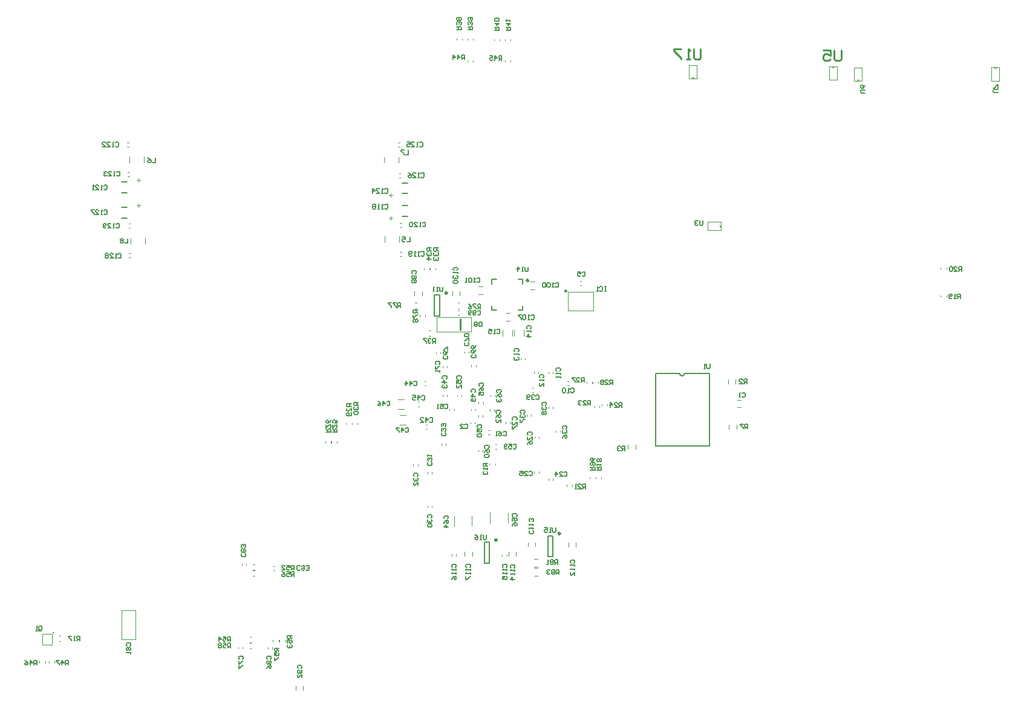
<source format=gbr>
%FSTAX23Y23*%
%MOIN*%
%SFA1B1*%

%IPPOS*%
%ADD57C,0.010000*%
%ADD92C,0.002000*%
%ADD211C,0.003937*%
%ADD212C,0.007874*%
%ADD213C,0.009843*%
%ADD214C,0.004000*%
%ADD215C,0.005000*%
%LNatfc_legend_bot-1*%
%LPD*%
G54D57*
X04352Y03937D02*
D01*
X04352Y03937*
X04352Y03937*
X04352Y03937*
X04352Y03938*
X04352Y03938*
X04352Y03938*
X04352Y03938*
X04352Y03939*
X04352Y03939*
X04352Y03939*
X04351Y03939*
X04351Y03939*
X04351Y0394*
X04351Y0394*
X0435Y0394*
X0435Y0394*
X0435Y0394*
X0435Y0394*
X04349Y0394*
X04349Y0394*
X04349Y0394*
X04349Y0394*
X04348*
X04348Y0394*
X04348Y0394*
X04348Y0394*
X04347Y0394*
X04347Y0394*
X04347Y0394*
X04347Y0394*
X04346Y0394*
X04346Y0394*
X04346Y03939*
X04346Y03939*
X04345Y03939*
X04345Y03939*
X04345Y03939*
X04345Y03938*
X04345Y03938*
X04345Y03938*
X04345Y03938*
X04345Y03937*
X04345Y03937*
X04345Y03937*
X04345Y03937*
X04345Y03936*
X04345Y03936*
X04345Y03936*
X04345Y03935*
X04345Y03935*
X04345Y03935*
X04345Y03935*
X04345Y03934*
X04345Y03934*
X04345Y03934*
X04346Y03934*
X04346Y03934*
X04346Y03933*
X04346Y03933*
X04347Y03933*
X04347Y03933*
X04347Y03933*
X04347Y03933*
X04348Y03933*
X04348Y03933*
X04348Y03933*
X04348Y03933*
X04349*
X04349Y03933*
X04349Y03933*
X04349Y03933*
X0435Y03933*
X0435Y03933*
X0435Y03933*
X0435Y03933*
X04351Y03933*
X04351Y03933*
X04351Y03934*
X04351Y03934*
X04352Y03934*
X04352Y03934*
X04352Y03934*
X04352Y03935*
X04352Y03935*
X04352Y03935*
X04352Y03935*
X04352Y03936*
X04352Y03936*
X04352Y03936*
X04352Y03937*
X03771Y03721D02*
Y03781D01*
X05094Y05272D02*
Y05222D01*
X05085Y05213*
X05065*
X05055Y05222*
Y05272*
X05035Y05213D02*
X05015D01*
X05025*
Y05272*
X05035Y05262*
X04985Y05272D02*
X04945D01*
Y05262*
X04985Y05222*
Y05213*
X05869Y05266D02*
Y05216D01*
X05859Y05207*
X05839*
X05829Y05216*
Y05266*
X05769D02*
X05809D01*
Y05236*
X05789Y05246*
X05779*
X05769Y05236*
Y05216*
X05779Y05207*
X05799*
X05809Y05216*
G54D92*
X04484Y02901D02*
Y02909D01*
X04515Y02901D02*
Y02909D01*
X03931Y02977D02*
Y02985D01*
X03962Y02977D02*
Y02985D01*
X01559Y02004D02*
X01567D01*
X01559Y02035D02*
X01567D01*
X04546Y02901D02*
Y02909D01*
X04515Y02901D02*
Y02909D01*
X06449Y03904D02*
Y03912D01*
X06418Y03904D02*
Y03912D01*
Y04058D02*
Y04066D01*
X06449Y04058D02*
Y04066D01*
X04357Y02859D02*
Y02867D01*
X04388Y02859D02*
Y02867D01*
X04536Y03293D02*
Y03301D01*
X04505Y03293D02*
Y03301D01*
X04581Y03303D02*
Y03311D01*
X0455Y03303D02*
Y03311D01*
X03091Y03099D02*
Y03107D01*
X0306Y03099D02*
Y03107D01*
X03057Y03099D02*
Y03107D01*
X03026Y03099D02*
Y03107D01*
X04498Y03427D02*
Y03435D01*
X04467Y03427D02*
Y03435D01*
X04531Y03427D02*
Y03435D01*
X045Y03427D02*
Y03435D01*
X03172Y032D02*
Y03208D01*
X03141Y032D02*
Y03208D01*
X03203Y032D02*
Y03208D01*
X03172Y032D02*
Y03208D01*
X03633Y04054D02*
Y04062D01*
X03602Y04054D02*
Y04062D01*
X036Y04054D02*
Y04062D01*
X03569Y04054D02*
Y04062D01*
X03597Y03687D02*
X03605D01*
X03597Y03718D02*
X03605D01*
X03781Y05321D02*
Y05329D01*
X0375Y05321D02*
Y05329D01*
X03841Y05321D02*
Y05329D01*
X0381Y05321D02*
Y05329D01*
X03988Y05317D02*
Y05325D01*
X03957Y05317D02*
Y05325D01*
X04047Y05317D02*
Y05326D01*
X04016Y05317D02*
Y05326D01*
X03809Y052D02*
Y05208D01*
X0384Y052D02*
Y05208D01*
X04015Y052D02*
Y05208D01*
X04046Y052D02*
Y05208D01*
X01451Y01885D02*
Y01893D01*
X01482Y01885D02*
Y01893D01*
X01503Y01885D02*
Y01893D01*
X01534Y01885D02*
Y01893D01*
X02628Y02398D02*
X02636D01*
X02628Y02429D02*
X02636D01*
X02774Y02002D02*
Y0201D01*
X02805Y02002D02*
Y0201D01*
X0261Y01998D02*
X02618D01*
X0261Y02029D02*
X02618D01*
X02628Y02395D02*
X02636D01*
X02628Y02364D02*
X02636D01*
X02769Y02002D02*
Y0201D01*
X02738Y02002D02*
Y0201D01*
X0261Y01995D02*
X02618D01*
X0261Y01964D02*
X02618D01*
X03756Y03839D02*
X03764D01*
X03756Y0387D02*
X03764D01*
X03521Y03872D02*
X03529D01*
X03521Y03841D02*
X03529D01*
X03577Y03795D02*
Y03803D01*
X03546Y03795D02*
Y03803D01*
G54D211*
X01525Y02054D02*
D01*
X01525Y02054*
X01525Y02054*
X01525Y02054*
X01525Y02055*
X01525Y02055*
X01525Y02055*
X01525Y02055*
X01525Y02055*
X01525Y02055*
X01525Y02055*
X01525Y02055*
X01525Y02055*
X01525Y02056*
X01525Y02056*
X01524Y02056*
X01524Y02056*
X01524Y02056*
X01524Y02056*
X01524Y02056*
X01524Y02056*
X01524Y02056*
X01524Y02056*
X01523*
X01523Y02056*
X01523Y02056*
X01523Y02056*
X01523Y02056*
X01523Y02056*
X01523Y02056*
X01523Y02056*
X01522Y02056*
X01522Y02056*
X01522Y02055*
X01522Y02055*
X01522Y02055*
X01522Y02055*
X01522Y02055*
X01522Y02055*
X01522Y02055*
X01522Y02055*
X01522Y02055*
X01522Y02054*
X01522Y02054*
X01522Y02054*
X01522Y02054*
X01522Y02054*
X01522Y02054*
X01522Y02054*
X01522Y02053*
X01522Y02053*
X01522Y02053*
X01522Y02053*
X01522Y02053*
X01522Y02053*
X01522Y02053*
X01522Y02053*
X01522Y02053*
X01522Y02052*
X01522Y02052*
X01523Y02052*
X01523Y02052*
X01523Y02052*
X01523Y02052*
X01523Y02052*
X01523Y02052*
X01523Y02052*
X01523Y02052*
X01524*
X01524Y02052*
X01524Y02052*
X01524Y02052*
X01524Y02052*
X01524Y02052*
X01524Y02052*
X01524Y02052*
X01525Y02052*
X01525Y02052*
X01525Y02053*
X01525Y02053*
X01525Y02053*
X01525Y02053*
X01525Y02053*
X01525Y02053*
X01525Y02053*
X01525Y02053*
X01525Y02053*
X01525Y02054*
X01525Y02054*
X01525Y02054*
X01525Y02054*
X05207Y043D02*
D01*
X05206Y043*
X05206Y043*
X05205Y043*
X05205Y043*
X05205Y043*
X05204Y04299*
X05204Y04299*
X05203Y04299*
X05203Y04299*
X05203Y04299*
X05202Y04298*
X05202Y04298*
X05202Y04298*
X05202Y04297*
X05201Y04297*
X05201Y04297*
X05201Y04296*
X05201Y04296*
X05201Y04295*
X05201Y04295*
X05201Y04295*
X05201Y04294*
Y04294*
X05201Y04293*
X05201Y04293*
X05201Y04292*
X05201Y04292*
X05201Y04292*
X05201Y04291*
X05201Y04291*
X05202Y0429*
X05202Y0429*
X05202Y0429*
X05202Y0429*
X05203Y04289*
X05203Y04289*
X05203Y04289*
X05204Y04289*
X05204Y04288*
X05205Y04288*
X05205Y04288*
X05205Y04288*
X05206Y04288*
X05206Y04288*
X05207Y04288*
X05819Y05175D02*
D01*
X05819Y05174*
X05819Y05174*
X05819Y05173*
X05819Y05173*
X05819Y05173*
X0582Y05172*
X0582Y05172*
X0582Y05171*
X0582Y05171*
X0582Y05171*
X05821Y0517*
X05821Y0517*
X05821Y0517*
X05822Y0517*
X05822Y05169*
X05822Y05169*
X05823Y05169*
X05823Y05169*
X05824Y05169*
X05824Y05169*
X05824Y05169*
X05825Y05169*
X05825*
X05826Y05169*
X05826Y05169*
X05827Y05169*
X05827Y05169*
X05827Y05169*
X05828Y05169*
X05828Y05169*
X05829Y0517*
X05829Y0517*
X05829Y0517*
X05829Y0517*
X0583Y05171*
X0583Y05171*
X0583Y05171*
X0583Y05172*
X05831Y05172*
X05831Y05173*
X05831Y05173*
X05831Y05173*
X05831Y05174*
X05831Y05174*
X05831Y05175*
X05057Y05107D02*
D01*
X05057Y05108*
X05057Y05108*
X05057Y05109*
X05057Y05109*
X05057Y05109*
X05056Y0511*
X05056Y0511*
X05056Y05111*
X05056Y05111*
X05056Y05111*
X05055Y05112*
X05055Y05112*
X05055Y05112*
X05054Y05112*
X05054Y05113*
X05054Y05113*
X05053Y05113*
X05053Y05113*
X05052Y05113*
X05052Y05113*
X05052Y05113*
X05051Y05113*
X05051*
X0505Y05113*
X0505Y05113*
X05049Y05113*
X05049Y05113*
X05049Y05113*
X05048Y05113*
X05048Y05113*
X05047Y05112*
X05047Y05112*
X05047Y05112*
X05047Y05112*
X05046Y05111*
X05046Y05111*
X05046Y05111*
X05046Y0511*
X05045Y0511*
X05045Y05109*
X05045Y05109*
X05045Y05109*
X05045Y05108*
X05045Y05108*
X05045Y05107*
X05967Y05095D02*
D01*
X05967Y05096*
X05967Y05096*
X05967Y05097*
X05967Y05097*
X05967Y05097*
X05966Y05098*
X05966Y05098*
X05966Y05099*
X05966Y05099*
X05966Y05099*
X05965Y051*
X05965Y051*
X05965Y051*
X05964Y051*
X05964Y05101*
X05964Y05101*
X05963Y05101*
X05963Y05101*
X05962Y05101*
X05962Y05101*
X05962Y05101*
X05961Y05101*
X05961*
X0596Y05101*
X0596Y05101*
X05959Y05101*
X05959Y05101*
X05959Y05101*
X05958Y05101*
X05958Y05101*
X05957Y051*
X05957Y051*
X05957Y051*
X05957Y051*
X05956Y05099*
X05956Y05099*
X05956Y05099*
X05956Y05098*
X05955Y05098*
X05955Y05097*
X05955Y05097*
X05955Y05097*
X05955Y05096*
X05955Y05096*
X05955Y05095*
X06712Y0517D02*
D01*
X06712Y05169*
X06712Y05169*
X06712Y05168*
X06712Y05168*
X06712Y05168*
X06713Y05167*
X06713Y05167*
X06713Y05166*
X06713Y05166*
X06713Y05166*
X06714Y05165*
X06714Y05165*
X06714Y05165*
X06715Y05165*
X06715Y05164*
X06715Y05164*
X06716Y05164*
X06716Y05164*
X06717Y05164*
X06717Y05164*
X06717Y05164*
X06718Y05164*
X06718*
X06719Y05164*
X06719Y05164*
X0672Y05164*
X0672Y05164*
X0672Y05164*
X06721Y05164*
X06721Y05164*
X06722Y05165*
X06722Y05165*
X06722Y05165*
X06722Y05165*
X06723Y05166*
X06723Y05166*
X06723Y05166*
X06723Y05167*
X06724Y05167*
X06724Y05168*
X06724Y05168*
X06724Y05168*
X06724Y05169*
X06724Y05169*
X06724Y0517*
X05296Y03293D02*
X05318D01*
X05296Y03335D02*
X05318D01*
X04121Y03687D02*
Y03721D01*
X04067Y03687D02*
Y03721D01*
X04004Y03687D02*
Y03721D01*
X04058Y03687D02*
Y03721D01*
X03427Y03338D02*
X03461D01*
X03427Y03284D02*
X03461D01*
X03435Y03197D02*
X03469D01*
X03435Y03251D02*
X03469D01*
X03934Y02656D02*
Y02713D01*
X04033Y02659D02*
Y02712D01*
X03735Y02639D02*
Y02696D01*
X03834Y02642D02*
Y02695D01*
X03518Y03912D02*
Y03934D01*
X0356Y03912D02*
Y03934D01*
X04157Y03987D02*
X04179D01*
X04157Y03945D02*
X04179D01*
X0387Y03918D02*
X03892D01*
X0387Y0396D02*
X03892D01*
X04022Y03813D02*
X04044D01*
X04022Y03771D02*
X04044D01*
X04407Y02526D02*
Y02548D01*
X04365Y02526D02*
Y02548D01*
X04184Y02527D02*
Y02549D01*
X04142Y02527D02*
Y02549D01*
X04036Y02476D02*
Y02498D01*
X04078Y02476D02*
Y02498D01*
X03794Y02476D02*
Y02498D01*
X03836Y02476D02*
Y02498D01*
X03375Y04338D02*
X03395D01*
X03385Y04328D02*
Y04348D01*
X01987Y04548D02*
X02007D01*
X01997Y04538D02*
Y04558D01*
X03375Y04463D02*
X03395D01*
X03385Y04453D02*
Y04473D01*
X01987Y04408D02*
X02007D01*
X01997Y04398D02*
Y04418D01*
X03641Y03711D02*
X03771D01*
X03831*
X03641D02*
Y03791D01*
X03771*
X03831Y03711D02*
Y03791D01*
X03771D02*
X03831D01*
X04363Y03932D02*
X04503D01*
X04363Y03827D02*
Y03932D01*
Y03827D02*
X04503D01*
Y03932*
X03434Y04204D02*
Y04237D01*
X03354Y04204D02*
Y04237D01*
X01946Y04644D02*
Y04677D01*
X02026Y04644D02*
Y04677D01*
X03349Y04643D02*
Y04676D01*
X03429Y04643D02*
Y04676D01*
X02034Y04196D02*
Y04229D01*
X01954Y04196D02*
Y04229D01*
X01468Y02044D02*
X01519D01*
X01468Y01984D02*
X01519D01*
Y02044*
X01468Y01984D02*
Y02044D01*
X05288Y03426D02*
Y03448D01*
X05246Y03426D02*
Y03448D01*
X04735Y03065D02*
Y03087D01*
X04693Y03065D02*
Y03087D01*
X05251Y03176D02*
Y03198D01*
X05293Y03176D02*
Y03198D01*
X04176Y02416D02*
X04198D01*
X04176Y02458D02*
X04198D01*
X04176Y02408D02*
X04198D01*
X04176Y02366D02*
X04198D01*
X05133Y04272D02*
Y04317D01*
Y04272D02*
X05151D01*
X05169*
X05207*
X05133Y04317D02*
X05207D01*
Y04272D02*
Y043D01*
Y04288D02*
Y04317D01*
X0194Y02176D02*
X01981D01*
Y02015D02*
Y02176D01*
X01902Y02015D02*
X01981D01*
X01902D02*
Y02176D01*
X0194*
X02862Y01736D02*
Y01758D01*
X02904Y01736D02*
Y01758D01*
X03767Y03912D02*
Y03934D01*
X03725Y03912D02*
Y03934D01*
X05848Y05137D02*
Y05175D01*
Y05101D02*
Y05119D01*
X05802Y05101D02*
Y05175D01*
Y05101D02*
X05848D01*
Y05119D02*
Y05137D01*
X05819Y05175D02*
X05848D01*
X05802D02*
X05831D01*
X05029Y05107D02*
Y05145D01*
Y05163D02*
Y05181D01*
X05073Y05107D02*
Y05181D01*
X05029D02*
X05073D01*
X05029Y05145D02*
Y05163D01*
Y05107D02*
X05057D01*
X05045D02*
X05073D01*
X05939Y05151D02*
Y05169D01*
Y05133D02*
Y05151D01*
Y05095D02*
X05967D01*
X05939D02*
Y05133D01*
X05984Y05095D02*
Y05169D01*
X05939D02*
X05984D01*
X05955Y05095D02*
X05984D01*
X06741Y05096D02*
Y05114D01*
Y05132*
X06712Y0517D02*
X06741D01*
Y05132D02*
Y0517D01*
X06696Y05096D02*
Y0517D01*
Y05096D02*
X06741D01*
X06696Y0517D02*
X06724D01*
G54D212*
X0498Y03482D02*
D01*
X0498Y03481*
X0498Y0348*
X0498Y03479*
X0498Y03478*
X04981Y03477*
X04981Y03476*
X04981Y03476*
X04982Y03475*
X04982Y03474*
X04983Y03473*
X04983Y03473*
X04984Y03472*
X04985Y03472*
X04985Y03471*
X04986Y03471*
X04987Y0347*
X04988Y0347*
X04988Y0347*
X04989Y03469*
X0499Y03469*
X04991Y03469*
X04992Y03469*
X04993*
X04994Y03469*
X04994Y03469*
X04995Y03469*
X04996Y0347*
X04997Y0347*
X04998Y0347*
X04999Y03471*
X04999Y03471*
X05Y03472*
X05001Y03472*
X05001Y03473*
X05002Y03473*
X05002Y03474*
X05003Y03475*
X05003Y03476*
X05004Y03476*
X05004Y03477*
X05004Y03478*
X05004Y03479*
X05005Y0348*
X05005Y03481*
X05005Y03482*
X0345Y04408D02*
X03481D01*
X0345Y04349D02*
X03481D01*
X01902Y04478D02*
X01933D01*
X01902Y04537D02*
X01933D01*
X0345Y04473D02*
X03481D01*
X0345Y04532D02*
X03481D01*
X01902Y04397D02*
X01933D01*
X01902Y04338D02*
X01933D01*
X05142Y03082D02*
Y03482D01*
X04845Y03082D02*
X05142D01*
X04845D02*
Y03482D01*
X0498*
X05005D02*
X05142D01*
X03628Y03913D02*
X03655D01*
X03628Y03798D02*
X03655D01*
Y03913*
X03628Y03798D02*
Y03913D01*
X03944Y04001D02*
X03969D01*
X03944Y03976D02*
Y04001D01*
Y03832D02*
Y03856D01*
Y03832D02*
X03969D01*
X04089Y04001D02*
X04113D01*
Y03976D02*
Y04001D01*
X04089Y03832D02*
X04113D01*
Y03856*
X04252Y02586D02*
X04279D01*
X04252Y02471D02*
X04279D01*
Y02586*
X04252Y02471D02*
Y02586D01*
X03903Y02551D02*
X0393D01*
X03903Y02436D02*
X0393D01*
Y02551*
X03903Y02436D02*
Y02551D01*
G54D213*
X03695Y03926D02*
D01*
X03695Y03927*
X03695Y03927*
X03695Y03927*
X03694Y03928*
X03694Y03928*
X03694Y03928*
X03694Y03929*
X03694Y03929*
X03694Y03929*
X03693Y0393*
X03693Y0393*
X03693Y0393*
X03693Y0393*
X03692Y0393*
X03692Y03931*
X03692Y03931*
X03692Y03931*
X03691Y03931*
X03691Y03931*
X03691Y03931*
X0369Y03931*
X0369Y03931*
X0369*
X03689Y03931*
X03689Y03931*
X03689Y03931*
X03688Y03931*
X03688Y03931*
X03688Y03931*
X03687Y03931*
X03687Y0393*
X03687Y0393*
X03686Y0393*
X03686Y0393*
X03686Y0393*
X03686Y03929*
X03686Y03929*
X03685Y03929*
X03685Y03928*
X03685Y03928*
X03685Y03928*
X03685Y03927*
X03685Y03927*
X03685Y03927*
X03685Y03926*
X03685Y03926*
X03685Y03926*
X03685Y03925*
X03685Y03925*
X03685Y03925*
X03685Y03924*
X03685Y03924*
X03686Y03924*
X03686Y03923*
X03686Y03923*
X03686Y03923*
X03686Y03923*
X03687Y03922*
X03687Y03922*
X03687Y03922*
X03688Y03922*
X03688Y03922*
X03688Y03922*
X03689Y03922*
X03689Y03922*
X03689Y03921*
X0369Y03921*
X0369*
X0369Y03921*
X03691Y03922*
X03691Y03922*
X03691Y03922*
X03692Y03922*
X03692Y03922*
X03692Y03922*
X03692Y03922*
X03693Y03922*
X03693Y03923*
X03693Y03923*
X03693Y03923*
X03694Y03923*
X03694Y03924*
X03694Y03924*
X03694Y03924*
X03694Y03925*
X03694Y03925*
X03695Y03925*
X03695Y03926*
X03695Y03926*
X03695Y03926*
X04144Y03995D02*
D01*
X04144Y03995*
X04144Y03996*
X04144Y03996*
X04144Y03996*
X04144Y03997*
X04143Y03997*
X04143Y03997*
X04143Y03998*
X04143Y03998*
X04143Y03998*
X04142Y03998*
X04142Y03999*
X04142Y03999*
X04142Y03999*
X04141Y03999*
X04141Y03999*
X04141Y04*
X0414Y04*
X0414Y04*
X0414Y04*
X04139Y04*
X04139Y04*
X04139*
X04138Y04*
X04138Y04*
X04138Y04*
X04137Y04*
X04137Y04*
X04137Y03999*
X04136Y03999*
X04136Y03999*
X04136Y03999*
X04136Y03999*
X04135Y03998*
X04135Y03998*
X04135Y03998*
X04135Y03998*
X04135Y03997*
X04134Y03997*
X04134Y03997*
X04134Y03996*
X04134Y03996*
X04134Y03996*
X04134Y03995*
X04134Y03995*
X04134Y03995*
X04134Y03994*
X04134Y03994*
X04134Y03994*
X04134Y03993*
X04134Y03993*
X04135Y03993*
X04135Y03992*
X04135Y03992*
X04135Y03992*
X04135Y03992*
X04136Y03991*
X04136Y03991*
X04136Y03991*
X04136Y03991*
X04137Y03991*
X04137Y0399*
X04137Y0399*
X04138Y0399*
X04138Y0399*
X04138Y0399*
X04139Y0399*
X04139*
X04139Y0399*
X0414Y0399*
X0414Y0399*
X0414Y0399*
X04141Y0399*
X04141Y03991*
X04141Y03991*
X04142Y03991*
X04142Y03991*
X04142Y03991*
X04142Y03992*
X04143Y03992*
X04143Y03992*
X04143Y03992*
X04143Y03993*
X04143Y03993*
X04144Y03993*
X04144Y03994*
X04144Y03994*
X04144Y03994*
X04144Y03995*
X04144Y03995*
X04319Y02599D02*
D01*
X04319Y026*
X04319Y026*
X04319Y026*
X04318Y02601*
X04318Y02601*
X04318Y02601*
X04318Y02602*
X04318Y02602*
X04318Y02602*
X04317Y02603*
X04317Y02603*
X04317Y02603*
X04317Y02603*
X04316Y02603*
X04316Y02604*
X04316Y02604*
X04316Y02604*
X04315Y02604*
X04315Y02604*
X04315Y02604*
X04314Y02604*
X04314Y02604*
X04314*
X04313Y02604*
X04313Y02604*
X04313Y02604*
X04312Y02604*
X04312Y02604*
X04312Y02604*
X04311Y02604*
X04311Y02603*
X04311Y02603*
X0431Y02603*
X0431Y02603*
X0431Y02603*
X0431Y02602*
X0431Y02602*
X04309Y02602*
X04309Y02601*
X04309Y02601*
X04309Y02601*
X04309Y026*
X04309Y026*
X04309Y026*
X04309Y02599*
X04309Y02599*
X04309Y02599*
X04309Y02598*
X04309Y02598*
X04309Y02598*
X04309Y02597*
X04309Y02597*
X0431Y02597*
X0431Y02596*
X0431Y02596*
X0431Y02596*
X0431Y02596*
X04311Y02595*
X04311Y02595*
X04311Y02595*
X04312Y02595*
X04312Y02595*
X04312Y02595*
X04313Y02595*
X04313Y02595*
X04313Y02594*
X04314Y02594*
X04314*
X04314Y02594*
X04315Y02595*
X04315Y02595*
X04315Y02595*
X04316Y02595*
X04316Y02595*
X04316Y02595*
X04316Y02595*
X04317Y02595*
X04317Y02596*
X04317Y02596*
X04317Y02596*
X04318Y02596*
X04318Y02597*
X04318Y02597*
X04318Y02597*
X04318Y02598*
X04318Y02598*
X04319Y02598*
X04319Y02599*
X04319Y02599*
X04319Y02599*
X0397Y02564D02*
D01*
X0397Y02565*
X0397Y02565*
X0397Y02565*
X03969Y02566*
X03969Y02566*
X03969Y02566*
X03969Y02567*
X03969Y02567*
X03969Y02567*
X03968Y02568*
X03968Y02568*
X03968Y02568*
X03968Y02568*
X03967Y02568*
X03967Y02569*
X03967Y02569*
X03967Y02569*
X03966Y02569*
X03966Y02569*
X03966Y02569*
X03965Y02569*
X03965Y02569*
X03965*
X03964Y02569*
X03964Y02569*
X03964Y02569*
X03963Y02569*
X03963Y02569*
X03963Y02569*
X03962Y02569*
X03962Y02568*
X03962Y02568*
X03961Y02568*
X03961Y02568*
X03961Y02568*
X03961Y02567*
X03961Y02567*
X0396Y02567*
X0396Y02566*
X0396Y02566*
X0396Y02566*
X0396Y02565*
X0396Y02565*
X0396Y02565*
X0396Y02564*
X0396Y02564*
X0396Y02564*
X0396Y02563*
X0396Y02563*
X0396Y02563*
X0396Y02562*
X0396Y02562*
X03961Y02562*
X03961Y02561*
X03961Y02561*
X03961Y02561*
X03961Y02561*
X03962Y0256*
X03962Y0256*
X03962Y0256*
X03963Y0256*
X03963Y0256*
X03963Y0256*
X03964Y0256*
X03964Y0256*
X03964Y02559*
X03965Y02559*
X03965*
X03965Y02559*
X03966Y0256*
X03966Y0256*
X03966Y0256*
X03967Y0256*
X03967Y0256*
X03967Y0256*
X03967Y0256*
X03968Y0256*
X03968Y02561*
X03968Y02561*
X03968Y02561*
X03969Y02561*
X03969Y02562*
X03969Y02562*
X03969Y02562*
X03969Y02563*
X03969Y02563*
X0397Y02563*
X0397Y02564*
X0397Y02564*
X0397Y02564*
G54D214*
X03826Y03204D02*
Y03212D01*
X0385Y03204D02*
Y03212D01*
X0443Y03991D02*
X04438D01*
X0443Y03967D02*
X04438D01*
X04361Y03414D02*
X04369D01*
X04361Y03438D02*
X04369D01*
X04255Y0348D02*
Y03488D01*
X04279Y0348D02*
Y03488D01*
X04176Y03482D02*
Y0349D01*
X042Y03482D02*
Y0349D01*
X04102Y03558D02*
Y03566D01*
X04126Y03558D02*
Y03566D01*
X04281Y02892D02*
Y029D01*
X04257Y02892D02*
Y029D01*
X04178Y02932D02*
Y0294D01*
X04202Y02932D02*
Y0294D01*
X04203Y03124D02*
Y03132D01*
X04179Y03124D02*
Y03132D01*
X04045Y03206D02*
Y03214D01*
X04021Y03206D02*
Y03214D01*
X0359Y02744D02*
Y02752D01*
X03614Y02744D02*
Y02752D01*
Y02929D02*
Y02937D01*
X0359Y02929D02*
Y02937D01*
X03511Y02972D02*
Y0298D01*
X03535Y02972D02*
Y0298D01*
X03689Y03086D02*
Y03094D01*
X03665Y03086D02*
Y03094D01*
X04319Y03158D02*
Y03166D01*
X04295Y03158D02*
Y03166D01*
X0416Y03246D02*
Y03254D01*
X04136Y03246D02*
Y03254D01*
X0428Y03289D02*
Y03297D01*
X04256Y03289D02*
Y03297D01*
X04165Y03401D02*
X04173D01*
X04165Y03377D02*
X04173D01*
X03579Y03198D02*
X03587D01*
X03579Y03174D02*
X03587D01*
X03696Y03356D02*
Y03364D01*
X03672Y03356D02*
Y03364D01*
X03573Y03415D02*
X03581D01*
X03573Y03439D02*
X03581D01*
X03535Y03323D02*
X03543D01*
X03535Y03299D02*
X03543D01*
X0383Y03277D02*
Y03285D01*
X03854Y03277D02*
Y03285D01*
X03893Y03242D02*
Y0325D01*
X03869Y03242D02*
Y0325D01*
X03711Y03277D02*
Y03285D01*
X03735Y03277D02*
Y03285D01*
X03776Y03353D02*
Y03361D01*
X03752Y03353D02*
Y03361D01*
X03962Y03066D02*
X0397D01*
X03962Y0309D02*
X0397D01*
X03893Y03051D02*
Y03059D01*
X03869Y03051D02*
Y03059D01*
X03924Y03169D02*
X03932D01*
X03924Y03145D02*
X03932D01*
X03956Y03276D02*
Y03284D01*
X03932Y03276D02*
Y03284D01*
X03959Y03353D02*
Y03361D01*
X03935Y03353D02*
Y03361D01*
X03895Y03316D02*
Y03324D01*
X03871Y03316D02*
Y03324D01*
X03855Y03519D02*
Y03527D01*
X03831Y03519D02*
Y03527D01*
X03698Y03514D02*
Y03522D01*
X03674Y03514D02*
Y03522D01*
X03794Y03593D02*
Y03601D01*
X03818Y03593D02*
Y03601D01*
X03635Y0359D02*
Y03598D01*
X03659Y0359D02*
Y03598D01*
X03756Y03804D02*
X03764D01*
X03756Y03828D02*
X03764D01*
X04025Y02473D02*
Y02481D01*
X04001Y02473D02*
Y02481D01*
X03748Y02475D02*
Y02483D01*
X03724Y02475D02*
Y02483D01*
X03438Y04151D02*
X03446D01*
X03438Y04127D02*
X03446D01*
X03438Y04312D02*
X03446D01*
X03438Y04288D02*
X03446D01*
X01934Y0473D02*
X01942D01*
X01934Y04754D02*
X01942D01*
X01938Y04568D02*
X01946D01*
X01938Y04592D02*
X01946D01*
X03427Y04756D02*
X03435D01*
X03427Y04732D02*
X03435D01*
X03433Y04586D02*
X03441D01*
X03433Y04562D02*
X03441D01*
X01944Y0412D02*
X01952D01*
X01944Y04144D02*
X01952D01*
X01942Y04283D02*
X0195D01*
X01942Y04307D02*
X0195D01*
X02571Y01963D02*
Y01971D01*
X02547Y01963D02*
Y01971D01*
X02565Y02423D02*
Y02431D01*
X02589Y02423D02*
Y02431D01*
X02734Y01962D02*
Y0197D01*
X0271Y01962D02*
Y0197D01*
X0274Y02417D02*
X02748D01*
X0274Y02393D02*
X02748D01*
G54D215*
X03735Y0405D02*
X0373Y04054D01*
Y04062*
X03735Y04066*
X03751*
X03755Y04062*
Y04054*
X03751Y0405*
X03755Y04041D02*
Y04033D01*
Y04037*
X0373*
X03735Y04041*
Y04021D02*
X0373Y04016D01*
Y04008*
X03735Y04004*
X03739*
X03743Y04008*
Y04012*
Y04008*
X03747Y04004*
X03751*
X03755Y04008*
Y04016*
X03751Y04021*
X03735Y03996D02*
X0373Y03991D01*
Y03983*
X03735Y03979*
X03751*
X03755Y03983*
Y03991*
X03751Y03996*
X03735*
X02886Y024D02*
X02882Y02396D01*
X02874*
X0287Y024*
Y02417*
X02874Y02421*
X02882*
X02886Y02417*
X02895D02*
X02899Y02421D01*
X02907*
X02911Y02417*
Y024*
X02907Y02396*
X02899*
X02895Y024*
Y02404*
X02899Y02408*
X02911*
X0292Y024D02*
X02924Y02396D01*
X02932*
X02936Y024*
Y02404*
X02932Y02408*
X02928*
X02932*
X02936Y02412*
Y02417*
X02932Y02421*
X02924*
X0292Y02417*
X02707Y01904D02*
X02703Y01908D01*
Y01917*
X02707Y01921*
X02724*
X02728Y01917*
Y01908*
X02724Y01904*
X02707Y01896D02*
X02703Y01892D01*
Y01883*
X02707Y01879*
X02711*
X02715Y01883*
X0272Y01879*
X02724*
X02728Y01883*
Y01892*
X02724Y01896*
X0272*
X02715Y01892*
X02711Y01896*
X02707*
X02715Y01892D02*
Y01883D01*
X02703Y01854D02*
X02707Y01862D01*
X02715Y01871*
X02724*
X02728Y01867*
Y01858*
X02724Y01854*
X0272*
X02715Y01858*
Y01871*
X02584Y02488D02*
X02588Y02484D01*
Y02476*
X02584Y02472*
X02567*
X02563Y02476*
Y02484*
X02567Y02488*
X02584Y02496D02*
X02588Y02501D01*
Y02509*
X02584Y02513*
X0258*
X02576Y02509*
X02572Y02513*
X02567*
X02563Y02509*
Y02501*
X02567Y02496*
X02572*
X02576Y02501*
X0258Y02496*
X02584*
X02576Y02501D02*
Y02509D01*
X02584Y02521D02*
X02588Y02526D01*
Y02534*
X02584Y02538*
X0258*
X02576Y02534*
Y0253*
Y02534*
X02572Y02538*
X02567*
X02563Y02534*
Y02526*
X02567Y02521*
X02553Y01904D02*
X02549Y01908D01*
Y01917*
X02553Y01921*
X0257*
X02574Y01917*
Y01908*
X0257Y01904*
X02549Y01896D02*
Y01879D01*
X02553*
X0257Y01896*
X02574*
X02549Y01871D02*
Y01854D01*
X02553*
X0257Y01871*
X02574*
X02876Y01853D02*
X02872Y01857D01*
Y01865*
X02876Y0187*
X02893*
X02897Y01865*
Y01857*
X02893Y01853*
Y01845D02*
X02897Y0184D01*
Y01832*
X02893Y01828*
X02876*
X02872Y01832*
Y0184*
X02876Y01845*
X0288*
X02885Y0184*
Y01828*
X02897Y01803D02*
Y0182D01*
X0288Y01803*
X02876*
X02872Y01807*
Y01815*
X02876Y0182*
X01933Y01978D02*
X01929Y01982D01*
Y01991*
X01933Y01995*
X0195*
X01954Y01991*
Y01982*
X0195Y01978*
X01933Y0197D02*
X01929Y01966D01*
Y01957*
X01933Y01953*
X01937*
X01941Y01957*
X01945Y01953*
X0195*
X01954Y01957*
Y01966*
X0195Y0197*
X01945*
X01941Y01966*
X01937Y0197*
X01933*
X01941Y01966D02*
Y01957D01*
X01954Y01945D02*
Y01936D01*
Y01941*
X01929*
X01933Y01945*
X03913Y02591D02*
Y02571D01*
X03909Y02566*
X039*
X03896Y02571*
Y02591*
X03888Y02566D02*
X0388D01*
X03884*
Y02591*
X03888Y02587*
X0385Y02591D02*
X03859Y02587D01*
X03867Y02579*
Y02571*
X03863Y02566*
X03855*
X0385Y02571*
Y02575*
X03855Y02579*
X03867*
X04295Y02631D02*
Y0261D01*
X04291Y02606*
X04282*
X04278Y0261*
Y02631*
X0427Y02606D02*
X04261D01*
X04266*
Y02631*
X0427Y02627*
X04232Y02631D02*
X04249D01*
Y02618*
X04241Y02622*
X04236*
X04232Y02618*
Y0261*
X04236Y02606*
X04245*
X04249Y0261*
X04143Y04069D02*
Y04048D01*
X04139Y04044*
X04131*
X04127Y04048*
Y04069*
X04118Y04044D02*
X0411D01*
X04114*
Y04069*
X04118Y04065*
X04085Y04044D02*
Y04069D01*
X04098Y04057*
X04081*
X03673Y03959D02*
Y03939D01*
X03669Y03935*
X03661*
X03657Y03939*
Y03959*
X03649Y03935D02*
X0364D01*
X03644*
Y03959*
X03649Y03955*
X03628Y03935D02*
X03619D01*
X03624*
Y03959*
X03628Y03955*
X06733Y05031D02*
X06712D01*
X06708Y05035*
Y05044*
X06712Y05048*
X06733*
Y05056D02*
Y05073D01*
X06729*
X06712Y05056*
X06708*
X06001Y05029D02*
X05981D01*
X05977Y05033*
Y05042*
X05981Y05046*
X06001*
Y05071D02*
X05997Y05063D01*
X05989Y05054*
X05981*
X05977Y05058*
Y05067*
X05981Y05071*
X05985*
X05989Y05067*
Y05054*
X05106Y04324D02*
Y04303D01*
X05102Y04299*
X05093*
X05089Y04303*
Y04324*
X05081Y0432D02*
X05077Y04324D01*
X05068*
X05064Y0432*
Y04315*
X05068Y04311*
X05072*
X05068*
X05064Y04307*
Y04303*
X05068Y04299*
X05077*
X05081Y04303*
X05145Y03533D02*
Y03513D01*
X05141Y03509*
X05133*
X05128Y03513*
Y03533*
X0512Y03509D02*
X05112D01*
X05116*
Y03533*
X0512Y03529*
X04314Y02374D02*
Y02399D01*
X04302*
X04298Y02394*
Y02386*
X04302Y02382*
X04314*
X04306D02*
X04298Y02374D01*
X04289Y02394D02*
X04285Y02399D01*
X04277*
X04273Y02394*
Y0239*
X04277Y02386*
X04273Y02382*
Y02378*
X04277Y02374*
X04285*
X04289Y02378*
Y02382*
X04285Y02386*
X04289Y0239*
Y02394*
X04285Y02386D02*
X04277D01*
X04264Y02394D02*
X0426Y02399D01*
X04252*
X04248Y02394*
Y0239*
X04252Y02386*
X04256*
X04252*
X04248Y02382*
Y02378*
X04252Y02374*
X0426*
X04264Y02378*
X04307Y02429D02*
Y02454D01*
X04294*
X0429Y02449*
Y02441*
X04294Y02437*
X04307*
X04298D02*
X0429Y02429D01*
X04282Y02449D02*
X04277Y02454D01*
X04269*
X04265Y02449*
Y02445*
X04269Y02441*
X04265Y02437*
Y02433*
X04269Y02429*
X04277*
X04282Y02433*
Y02437*
X04277Y02441*
X04282Y02445*
Y02449*
X04277Y02441D02*
X04269D01*
X04257Y02429D02*
X04248D01*
X04252*
Y02454*
X04257Y02449*
X03535Y0383D02*
X0351D01*
Y03817*
X03514Y03813*
X03523*
X03527Y03817*
Y0383*
Y03821D02*
X03535Y03813D01*
X0351Y03805D02*
Y03788D01*
X03514*
X03531Y03805*
X03535*
X03514Y0378D02*
X0351Y03775D01*
Y03767*
X03514Y03763*
X03518*
X03523Y03767*
X03527Y03763*
X03531*
X03535Y03767*
Y03775*
X03531Y0378*
X03527*
X03523Y03775*
X03518Y0378*
X03514*
X03523Y03775D02*
Y03767D01*
X0344Y03846D02*
Y03871D01*
X03428*
X03424Y03867*
Y03858*
X03428Y03854*
X0344*
X03432D02*
X03424Y03846D01*
X03415Y03871D02*
X03399D01*
Y03867*
X03415Y0385*
Y03846*
X0339Y03871D02*
X03374D01*
Y03867*
X0339Y0385*
Y03846*
X03881Y03838D02*
Y03863D01*
X03869*
X03865Y03859*
Y03851*
X03869Y03846*
X03881*
X03873D02*
X03865Y03838D01*
X03856Y03863D02*
X0384D01*
Y03859*
X03856Y03842*
Y03838*
X03815Y03863D02*
X03823Y03859D01*
X03831Y03851*
Y03842*
X03827Y03838*
X03819*
X03815Y03842*
Y03846*
X03819Y03851*
X03831*
X02503Y01968D02*
Y01993D01*
X02491*
X02487Y01989*
Y01981*
X02491Y01976*
X02503*
X02495D02*
X02487Y01968D01*
X02462Y01993D02*
X02478D01*
Y01981*
X0247Y01985*
X02466*
X02462Y01981*
Y01972*
X02466Y01968*
X02474*
X02478Y01972*
X02453Y01989D02*
X02449Y01993D01*
X02441*
X02437Y01989*
Y01985*
X02441Y01981*
X02437Y01976*
Y01972*
X02441Y01968*
X02449*
X02453Y01972*
Y01976*
X02449Y01981*
X02453Y01985*
Y01989*
X02449Y01981D02*
X02441D01*
X0277Y01966D02*
X02745D01*
Y01953*
X02749Y01949*
X02757*
X02761Y01953*
Y01966*
Y01957D02*
X0277Y01949D01*
X02745Y01924D02*
Y01941D01*
X02757*
X02753Y01932*
Y01928*
X02757Y01924*
X02765*
X0277Y01928*
Y01936*
X02765Y01941*
X02745Y01916D02*
Y01899D01*
X02749*
X02765Y01916*
X0277*
X02854Y02362D02*
Y02387D01*
X02841*
X02837Y02383*
Y02374*
X02841Y0237*
X02854*
X02845D02*
X02837Y02362D01*
X02812Y02387D02*
X02829D01*
Y02374*
X02821Y02378*
X02816*
X02812Y02374*
Y02366*
X02816Y02362*
X02825*
X02829Y02366*
X02787Y02387D02*
X02796Y02383D01*
X02804Y02374*
Y02366*
X028Y02362*
X02791*
X02787Y02366*
Y0237*
X02791Y02374*
X02804*
X02503Y02003D02*
Y02028D01*
X02491*
X02487Y02024*
Y02016*
X02491Y02012*
X02503*
X02495D02*
X02487Y02003D01*
X02462Y02028D02*
X02478D01*
Y02016*
X0247Y0202*
X02466*
X02462Y02016*
Y02008*
X02466Y02003*
X02474*
X02478Y02008*
X02441Y02003D02*
Y02028D01*
X02453Y02016*
X02437*
X02842Y02036D02*
X02817D01*
Y02023*
X02821Y02019*
X02829*
X02833Y02023*
Y02036*
Y02027D02*
X02842Y02019D01*
X02817Y01994D02*
Y02011D01*
X02829*
X02825Y02002*
Y01998*
X02829Y01994*
X02837*
X02842Y01998*
Y02006*
X02837Y02011*
X02821Y01986D02*
X02817Y01981D01*
Y01973*
X02821Y01969*
X02825*
X02829Y01973*
Y01977*
Y01973*
X02833Y01969*
X02837*
X02842Y01973*
Y01981*
X02837Y01986*
X02854Y02397D02*
Y02422D01*
X02841*
X02837Y02418*
Y0241*
X02841Y02405*
X02854*
X02845D02*
X02837Y02397D01*
X02812Y02422D02*
X02829D01*
Y0241*
X02821Y02414*
X02816*
X02812Y0241*
Y02401*
X02816Y02397*
X02825*
X02829Y02401*
X02787Y02397D02*
X02804D01*
X02787Y02414*
Y02418*
X02791Y02422*
X028*
X02804Y02418*
X0161Y01874D02*
Y01899D01*
X01597*
X01593Y01894*
Y01886*
X01597Y01882*
X0161*
X01601D02*
X01593Y01874D01*
X01572D02*
Y01899D01*
X01585Y01886*
X01568*
X0156Y01899D02*
X01543D01*
Y01894*
X0156Y01878*
Y01874*
X01437D02*
Y01899D01*
X01424*
X0142Y01894*
Y01886*
X01424Y01882*
X01437*
X01428D02*
X0142Y01874D01*
X01399D02*
Y01899D01*
X01412Y01886*
X01395*
X0137Y01899D02*
X01378Y01894D01*
X01387Y01886*
Y01878*
X01382Y01874*
X01374*
X0137Y01878*
Y01882*
X01374Y01886*
X01387*
X03998Y05209D02*
Y05234D01*
X03986*
X03982Y0523*
Y05222*
X03986Y05218*
X03998*
X0399D02*
X03982Y05209D01*
X03961D02*
Y05234D01*
X03973Y05222*
X03957*
X03932Y05234D02*
X03948D01*
Y05222*
X0394Y05226*
X03936*
X03932Y05222*
Y05213*
X03936Y05209*
X03944*
X03948Y05213*
X03793Y05213D02*
Y05238D01*
X03781*
X03777Y05234*
Y05226*
X03781Y05222*
X03793*
X03785D02*
X03777Y05213D01*
X03756D02*
Y05238D01*
X03768Y05226*
X03752*
X03731Y05213D02*
Y05238D01*
X03744Y05226*
X03727*
X04022Y05375D02*
X04047D01*
Y05387*
X04043Y05391*
X04034*
X0403Y05387*
Y05375*
Y05383D02*
X04022Y05391D01*
Y05412D02*
X04047D01*
X04034Y054*
Y05416*
X04022Y05425D02*
Y05433D01*
Y05429*
X04047*
X04043Y05425*
X03959Y05375D02*
X03984D01*
Y05387*
X0398Y05391*
X03971*
X03967Y05387*
Y05375*
Y05383D02*
X03959Y05391D01*
Y05412D02*
X03984D01*
X03971Y054*
Y05416*
X0398Y05425D02*
X03984Y05429D01*
Y05437*
X0398Y05441*
X03963*
X03959Y05437*
Y05429*
X03963Y05425*
X0398*
X03813Y05379D02*
X03838D01*
Y05391*
X03834Y05395*
X03826*
X03822Y05391*
Y05379*
Y05387D02*
X03813Y05395D01*
X03834Y05404D02*
X03838Y05408D01*
Y05416*
X03834Y0542*
X0383*
X03826Y05416*
Y05412*
Y05416*
X03822Y0542*
X03817*
X03813Y05416*
Y05408*
X03817Y05404*
Y05429D02*
X03813Y05433D01*
Y05441*
X03817Y05445*
X03834*
X03838Y05441*
Y05433*
X03834Y05429*
X0383*
X03826Y05433*
Y05445*
X0375Y05379D02*
X03775D01*
Y05391*
X03771Y05395*
X03763*
X03759Y05391*
Y05379*
Y05387D02*
X0375Y05395D01*
X03771Y05404D02*
X03775Y05408D01*
Y05416*
X03771Y0542*
X03767*
X03763Y05416*
Y05412*
Y05416*
X03759Y0542*
X03754*
X0375Y05416*
Y05408*
X03754Y05404*
X03771Y05429D02*
X03775Y05433D01*
Y05441*
X03771Y05445*
X03767*
X03763Y05441*
X03759Y05445*
X03754*
X0375Y05441*
Y05433*
X03754Y05429*
X03759*
X03763Y05433*
X03767Y05429*
X03771*
X03763Y05433D02*
Y05441D01*
X03633Y03649D02*
Y03674D01*
X03621*
X03617Y0367*
Y03662*
X03621Y03657*
X03633*
X03625D02*
X03617Y03649D01*
X03608Y0367D02*
X03604Y03674D01*
X03596*
X03592Y0367*
Y03666*
X03596Y03662*
X036*
X03596*
X03592Y03657*
Y03653*
X03596Y03649*
X03604*
X03608Y03653*
X03583Y03674D02*
X03567D01*
Y0367*
X03583Y03653*
Y03649*
X0361Y04173D02*
X03585D01*
Y0416*
X03589Y04156*
X03597*
X03601Y0416*
Y04173*
Y04164D02*
X0361Y04156D01*
X03589Y04148D02*
X03585Y04144D01*
Y04135*
X03589Y04131*
X03593*
X03597Y04135*
Y04139*
Y04135*
X03601Y04131*
X03606*
X0361Y04135*
Y04144*
X03606Y04148*
X0361Y0411D02*
X03585D01*
X03597Y04123*
Y04106*
X03649Y04173D02*
X03624D01*
Y0416*
X03628Y04156*
X03637*
X03641Y0416*
Y04173*
Y04164D02*
X03649Y04156D01*
X03628Y04148D02*
X03624Y04144D01*
Y04135*
X03628Y04131*
X03632*
X03637Y04135*
Y04139*
Y04135*
X03641Y04131*
X03645*
X03649Y04135*
Y04144*
X03645Y04148*
X03628Y04123D02*
X03624Y04119D01*
Y0411*
X03628Y04106*
X03632*
X03637Y0411*
Y04114*
Y0411*
X03641Y04106*
X03645*
X03649Y0411*
Y04119*
X03645Y04123*
X03208Y03322D02*
X03183D01*
Y0331*
X03187Y03306*
X03196*
X032Y0331*
Y03322*
Y03314D02*
X03208Y03306D01*
X03187Y03297D02*
X03183Y03293D01*
Y03285*
X03187Y03281*
X03192*
X03196Y03285*
Y03289*
Y03285*
X032Y03281*
X03204*
X03208Y03285*
Y03293*
X03204Y03297*
X03187Y03272D02*
X03183Y03268D01*
Y0326*
X03187Y03256*
X03204*
X03208Y0326*
Y03268*
X03204Y03272*
X03187*
X03169Y03314D02*
X03144D01*
Y03302*
X03148Y03298*
X03156*
X0316Y03302*
Y03314*
Y03306D02*
X03169Y03298D01*
Y03273D02*
Y03289D01*
X03152Y03273*
X03148*
X03144Y03277*
Y03285*
X03148Y03289*
X03165Y03264D02*
X03169Y0326D01*
Y03252*
X03165Y03248*
X03148*
X03144Y03252*
Y0326*
X03148Y03264*
X03152*
X03156Y0326*
Y03248*
X0461Y03421D02*
Y03446D01*
X04597*
X04593Y03442*
Y03433*
X04597Y03429*
X0461*
X04601D02*
X04593Y03421D01*
X04568D02*
X04585D01*
X04568Y03437*
Y03442*
X04572Y03446*
X04581*
X04585Y03442*
X0456D02*
X04556Y03446D01*
X04547*
X04543Y03442*
Y03437*
X04547Y03433*
X04543Y03429*
Y03425*
X04547Y03421*
X04556*
X0456Y03425*
Y03429*
X04556Y03433*
X0456Y03437*
Y03442*
X04556Y03433D02*
X04547D01*
X04452Y03433D02*
Y03458D01*
X0444*
X04436Y03453*
Y03445*
X0444Y03441*
X04452*
X04444D02*
X04436Y03433D01*
X04411D02*
X04427D01*
X04411Y03449*
Y03453*
X04415Y03458*
X04423*
X04427Y03453*
X04402Y03458D02*
X04386D01*
Y03453*
X04402Y03437*
Y03433*
X03031Y03157D02*
X03056D01*
Y03169*
X03052Y03174*
X03043*
X03039Y03169*
Y03157*
Y03165D02*
X03031Y03174D01*
Y03199D02*
Y03182D01*
X03048Y03199*
X03052*
X03056Y03194*
Y03186*
X03052Y03182*
X03056Y03224D02*
X03052Y03215D01*
X03043Y03207*
X03035*
X03031Y03211*
Y03219*
X03035Y03224*
X03039*
X03043Y03219*
Y03207*
X03066Y03157D02*
X03091D01*
Y03169*
X03087Y03174*
X03079*
X03075Y03169*
Y03157*
Y03165D02*
X03066Y03174D01*
Y03199D02*
Y03182D01*
X03083Y03199*
X03087*
X03091Y03194*
Y03186*
X03087Y03182*
X03091Y03224D02*
Y03207D01*
X03079*
X03083Y03215*
Y03219*
X03079Y03224*
X03071*
X03066Y03219*
Y03211*
X03071Y03207*
X04661Y03295D02*
Y0332D01*
X04648*
X04644Y03316*
Y03307*
X04648Y03303*
X04661*
X04653D02*
X04644Y03295D01*
X04619D02*
X04636D01*
X04619Y03311*
Y03316*
X04623Y0332*
X04632*
X04636Y03316*
X04598Y03295D02*
Y0332D01*
X04611Y03307*
X04594*
X04488Y03307D02*
Y03332D01*
X04475*
X04471Y03327*
Y03319*
X04475Y03315*
X04488*
X04479D02*
X04471Y03307D01*
X04446D02*
X04463D01*
X04446Y03323*
Y03327*
X0445Y03332*
X04459*
X04463Y03327*
X04438D02*
X04434Y03332D01*
X04425*
X04421Y03327*
Y03323*
X04425Y03319*
X04429*
X04425*
X04421Y03315*
Y03311*
X04425Y03307*
X04434*
X04438Y03311*
X0446Y02846D02*
Y02871D01*
X04448*
X04443Y02867*
Y02858*
X04448Y02854*
X0446*
X04452D02*
X04443Y02846D01*
X04418D02*
X04435D01*
X04418Y02863*
Y02867*
X04423Y02871*
X04431*
X04435Y02867*
X0441Y02846D02*
X04402D01*
X04406*
Y02871*
X0441Y02867*
X06533Y04046D02*
Y0407D01*
X0652*
X06516Y04066*
Y04058*
X0652Y04054*
X06533*
X06524D02*
X06516Y04046D01*
X06491D02*
X06508D01*
X06491Y04062*
Y04066*
X06495Y0407*
X06503*
X06508Y04066*
X06483D02*
X06478Y0407D01*
X0647*
X06466Y04066*
Y0405*
X0647Y04046*
X06478*
X06483Y0405*
Y04066*
X06525Y03895D02*
Y03919D01*
X06512*
X06508Y03915*
Y03907*
X06512Y03903*
X06525*
X06516D02*
X06508Y03895D01*
X065D02*
X06491D01*
X06495*
Y03919*
X065Y03915*
X06479Y03899D02*
X06475Y03895D01*
X06466*
X06462Y03899*
Y03915*
X06466Y03919*
X06475*
X06479Y03915*
Y03911*
X06475Y03907*
X06462*
X04523Y02948D02*
X04548D01*
Y02961*
X04544Y02965*
X04536*
X04531Y02961*
Y02948*
Y02957D02*
X04523Y02965D01*
Y02973D02*
Y02982D01*
Y02977*
X04548*
X04544Y02973*
Y02994D02*
X04548Y02998D01*
Y03007*
X04544Y03011*
X0454*
X04536Y03007*
X04531Y03011*
X04527*
X04523Y03007*
Y02998*
X04527Y02994*
X04531*
X04536Y02998*
X0454Y02994*
X04544*
X04536Y02998D02*
Y03007D01*
X01673Y02007D02*
Y02032D01*
X0166*
X01656Y02028*
Y0202*
X0166Y02016*
X01673*
X01664D02*
X01656Y02007D01*
X01648D02*
X01639D01*
X01644*
Y02032*
X01648Y02028*
X01627Y02032D02*
X0161D01*
Y02028*
X01627Y02012*
Y02007*
X0392Y02986D02*
X03895D01*
Y02973*
X03899Y02969*
X03907*
X03911Y02973*
Y02986*
Y02977D02*
X0392Y02969D01*
Y02961D02*
Y02952D01*
Y02956*
X03895*
X03899Y02961*
Y0294D02*
X03895Y02936D01*
Y02927*
X03899Y02923*
X03903*
X03907Y02927*
Y02931*
Y02927*
X03911Y02923*
X03915*
X0392Y02927*
Y02936*
X03915Y0294*
X05354Y03177D02*
Y03202D01*
X05341*
X05337Y03197*
Y03189*
X05341Y03185*
X05354*
X05346D02*
X05337Y03177D01*
X05329Y03202D02*
X05312D01*
Y03197*
X05329Y03181*
Y03177*
X04677Y03055D02*
Y0308D01*
X04664*
X0466Y03075*
Y03067*
X04664Y03063*
X04677*
X04668D02*
X0466Y03055D01*
X04652Y03075D02*
X04648Y0308D01*
X04639*
X04635Y03075*
Y03071*
X04639Y03067*
X04643*
X04639*
X04635Y03063*
Y03059*
X04639Y03055*
X04648*
X04652Y03059*
X0535Y03425D02*
Y0345D01*
X05337*
X05333Y03446*
Y03437*
X05337Y03433*
X0535*
X05342D02*
X05333Y03425D01*
X05308D02*
X05325D01*
X05308Y03441*
Y03446*
X05312Y0345*
X05321*
X05325Y03446*
X01447Y02067D02*
Y02083D01*
X01452Y02087*
X0146*
X01464Y02083*
Y02067*
X0146Y02062*
X01452*
X01456Y02071D02*
X01447Y02062D01*
X01452D02*
X01447Y02067D01*
X01439Y02062D02*
X01431D01*
X01435*
Y02087*
X01439Y02083*
X01937Y04225D02*
Y042D01*
X0192*
X01912Y04221D02*
X01907Y04225D01*
X01899*
X01895Y04221*
Y04217*
X01899Y04213*
X01895Y04209*
Y04204*
X01899Y042*
X01907*
X01912Y04204*
Y04209*
X01907Y04213*
X01912Y04217*
Y04221*
X01907Y04213D02*
X01899D01*
X03484Y04713D02*
Y04688D01*
X03467*
X03459Y04713D02*
X03442D01*
Y04709*
X03459Y04693*
Y04688*
X0209Y0467D02*
Y04645D01*
X02073*
X02048Y0467D02*
X02057Y04666D01*
X02065Y04658*
Y04649*
X02061Y04645*
X02053*
X02048Y04649*
Y04654*
X02053Y04658*
X02065*
X03492Y04233D02*
Y04208D01*
X03475*
X0345Y04233D02*
X03467D01*
Y04221*
X03458Y04225*
X03454*
X0345Y04221*
Y04212*
X03454Y04208*
X03462*
X03467Y04212*
X04574Y0396D02*
X04566D01*
X0457*
Y03936*
X04574*
X04566*
X04537Y03956D02*
X04541Y0396D01*
X0455*
X04554Y03956*
Y0394*
X0455Y03936*
X04541*
X04537Y0394*
X04529Y03936D02*
X0452D01*
X04525*
Y0396*
X04529Y03956*
X03889Y03765D02*
Y0374D01*
X03877*
X03873Y03744*
Y0376*
X03877Y03765*
X03889*
X03864Y0376D02*
X0386Y03765D01*
X03852*
X03848Y0376*
Y03756*
X03852Y03752*
X03848Y03748*
Y03744*
X03852Y0374*
X0386*
X03864Y03744*
Y03748*
X0386Y03752*
X03864Y03756*
Y0376*
X0386Y03752D02*
X03852D01*
X01873Y04304D02*
X01877Y04308D01*
X01885*
X01889Y04304*
Y04287*
X01885Y04283*
X01877*
X01873Y04287*
X01864Y04283D02*
X01856D01*
X0186*
Y04308*
X01864Y04304*
X01827Y04283D02*
X01843D01*
X01827Y043*
Y04304*
X01831Y04308*
X01839*
X01843Y04304*
X01818Y04287D02*
X01814Y04283D01*
X01806*
X01802Y04287*
Y04304*
X01806Y04308*
X01814*
X01818Y04304*
Y043*
X01814Y04295*
X01802*
X01884Y04138D02*
X01889Y04143D01*
X01897*
X01901Y04138*
Y04122*
X01897Y04118*
X01889*
X01884Y04122*
X01876Y04118D02*
X01868D01*
X01872*
Y04143*
X01876Y04138*
X01839Y04118D02*
X01855D01*
X01839Y04134*
Y04138*
X01843Y04143*
X01851*
X01855Y04138*
X0183D02*
X01826Y04143D01*
X01818*
X01814Y04138*
Y04134*
X01818Y0413*
X01814Y04126*
Y04122*
X01818Y04118*
X01826*
X0183Y04122*
Y04126*
X01826Y0413*
X0183Y04134*
Y04138*
X01826Y0413D02*
X01818D01*
X01806Y04379D02*
X0181Y04383D01*
X01818*
X01822Y04379*
Y04362*
X01818Y04358*
X0181*
X01806Y04362*
X01797Y04358D02*
X01789D01*
X01793*
Y04383*
X01797Y04379*
X0176Y04358D02*
X01777D01*
X0176Y04374*
Y04379*
X01764Y04383*
X01772*
X01777Y04379*
X01752Y04383D02*
X01735D01*
Y04379*
X01752Y04362*
Y04358*
X03554Y04583D02*
X03558Y04587D01*
X03566*
X0357Y04583*
Y04567*
X03566Y04562*
X03558*
X03554Y04567*
X03545Y04562D02*
X03537D01*
X03541*
Y04587*
X03545Y04583*
X03508Y04562D02*
X03525D01*
X03508Y04579*
Y04583*
X03512Y04587*
X0352*
X03525Y04583*
X03483Y04587D02*
X03491Y04583D01*
X035Y04575*
Y04567*
X03495Y04562*
X03487*
X03483Y04567*
Y04571*
X03487Y04575*
X035*
X03546Y04753D02*
X0355Y04757D01*
X03558*
X03562Y04753*
Y04736*
X03558Y04732*
X0355*
X03546Y04736*
X03537Y04732D02*
X03529D01*
X03533*
Y04757*
X03537Y04753*
X035Y04732D02*
X03517D01*
X035Y04748*
Y04753*
X03504Y04757*
X03513*
X03517Y04753*
X03475Y04757D02*
X03492D01*
Y04744*
X03483Y04748*
X03479*
X03475Y04744*
Y04736*
X03479Y04732*
X03488*
X03492Y04736*
X03353Y04497D02*
X03357Y04501D01*
X03365*
X0337Y04497*
Y0448*
X03365Y04476*
X03357*
X03353Y0448*
X03345Y04476D02*
X03336D01*
X0334*
Y04501*
X03345Y04497*
X03307Y04476D02*
X03324D01*
X03307Y04493*
Y04497*
X03311Y04501*
X0332*
X03324Y04497*
X03286Y04476D02*
Y04501D01*
X03299Y04488*
X03282*
X01877Y04591D02*
X01881Y04595D01*
X01889*
X01893Y04591*
Y04575*
X01889Y0457*
X01881*
X01877Y04575*
X01868Y0457D02*
X0186D01*
X01864*
Y04595*
X01868Y04591*
X01831Y0457D02*
X01847D01*
X01831Y04587*
Y04591*
X01835Y04595*
X01843*
X01847Y04591*
X01822D02*
X01818Y04595D01*
X0181*
X01806Y04591*
Y04587*
X0181Y04583*
X01814*
X0181*
X01806Y04579*
Y04575*
X0181Y0457*
X01818*
X01822Y04575*
X01869Y04753D02*
X01873Y04757D01*
X01881*
X01885Y04753*
Y04736*
X01881Y04732*
X01873*
X01869Y04736*
X0186Y04732D02*
X01852D01*
X01856*
Y04757*
X0186Y04753*
X01823Y04732D02*
X0184D01*
X01823Y04748*
Y04753*
X01827Y04757*
X01835*
X0184Y04753*
X01798Y04732D02*
X01815D01*
X01798Y04748*
Y04753*
X01802Y04757*
X0181*
X01815Y04753*
X01806Y04516D02*
X0181Y04521D01*
X01818*
X01822Y04516*
Y045*
X01818Y04496*
X0181*
X01806Y045*
X01797Y04496D02*
X01789D01*
X01793*
Y04521*
X01797Y04516*
X0176Y04496D02*
X01777D01*
X0176Y04512*
Y04516*
X01764Y04521*
X01772*
X01777Y04516*
X01752Y04496D02*
X01743D01*
X01747*
Y04521*
X01752Y04516*
X03562Y04312D02*
X03566Y04316D01*
X03574*
X03578Y04312*
Y04295*
X03574Y04291*
X03566*
X03562Y04295*
X03553Y04291D02*
X03545D01*
X03549*
Y04316*
X03553Y04312*
X03516Y04291D02*
X03532D01*
X03516Y04308*
Y04312*
X0352Y04316*
X03528*
X03532Y04312*
X03507D02*
X03503Y04316D01*
X03495*
X03491Y04312*
Y04295*
X03495Y04291*
X03503*
X03507Y04295*
Y04312*
X03554Y0415D02*
X03558Y04154D01*
X03566*
X0357Y0415*
Y04134*
X03566Y04129*
X03558*
X03554Y04134*
X03545Y04129D02*
X03537D01*
X03541*
Y04154*
X03545Y0415*
X03525Y04129D02*
X03516D01*
X0352*
Y04154*
X03525Y0415*
X03504Y04134D02*
X035Y04129D01*
X03491*
X03487Y04134*
Y0415*
X03491Y04154*
X035*
X03504Y0415*
Y04146*
X035Y04142*
X03487*
X03353Y0441D02*
X03357Y04414D01*
X03365*
X0337Y0441*
Y04393*
X03365Y04389*
X03357*
X03353Y04393*
X03345Y04389D02*
X03336D01*
X0334*
Y04414*
X03345Y0441*
X03324Y04389D02*
X03315D01*
X0332*
Y04414*
X03324Y0441*
X03303D02*
X03299Y04414D01*
X0329*
X03286Y0441*
Y04406*
X0329Y04402*
X03286Y04398*
Y04393*
X0329Y04389*
X03299*
X03303Y04393*
Y04398*
X03299Y04402*
X03303Y04406*
Y0441*
X03299Y04402D02*
X0329D01*
X03805Y02412D02*
X03801Y02416D01*
Y02424*
X03805Y02429*
X03822*
X03826Y02424*
Y02416*
X03822Y02412*
X03826Y02404D02*
Y02395D01*
Y02399*
X03801*
X03805Y02404*
X03826Y02383D02*
Y02374D01*
Y02379*
X03801*
X03805Y02383*
X03801Y02362D02*
Y02345D01*
X03805*
X03822Y02362*
X03826*
X03727Y02412D02*
X03723Y02416D01*
Y02424*
X03727Y02429*
X03743*
X03748Y02424*
Y02416*
X03743Y02412*
X03748Y02404D02*
Y02395D01*
Y02399*
X03723*
X03727Y02404*
X03748Y02383D02*
Y02374D01*
Y02379*
X03723*
X03727Y02383*
X03723Y02345D02*
X03727Y02354D01*
X03735Y02362*
X03743*
X03748Y02358*
Y02349*
X03743Y02345*
X03739*
X03735Y02349*
Y02362*
X04006Y02412D02*
X04002Y02416D01*
Y02424*
X04006Y02429*
X04023*
X04027Y02424*
Y02416*
X04023Y02412*
X04027Y02404D02*
Y02395D01*
Y02399*
X04002*
X04006Y02404*
X04027Y02383D02*
Y02374D01*
Y02379*
X04002*
X04006Y02383*
X04002Y02345D02*
Y02362D01*
X04015*
X0401Y02354*
Y02349*
X04015Y02345*
X04023*
X04027Y02349*
Y02358*
X04023Y02362*
X0405Y02408D02*
X04045Y02412D01*
Y02421*
X0405Y02425*
X04066*
X0407Y02421*
Y02412*
X04066Y02408*
X0407Y024D02*
Y02391D01*
Y02396*
X04045*
X0405Y024*
X0407Y02379D02*
Y02371D01*
Y02375*
X04045*
X0405Y02379*
X0407Y02346D02*
X04045D01*
X04058Y02358*
Y02341*
X0417Y02615D02*
X04174Y0261D01*
Y02602*
X0417Y02598*
X04153*
X04149Y02602*
Y0261*
X04153Y02615*
X04149Y02623D02*
Y02631D01*
Y02627*
X04174*
X0417Y02623*
X04149Y02644D02*
Y02652D01*
Y02648*
X04174*
X0417Y02644*
Y02665D02*
X04174Y02669D01*
Y02677*
X0417Y02681*
X04166*
X04162Y02677*
Y02673*
Y02677*
X04157Y02681*
X04153*
X04149Y02677*
Y02669*
X04153Y02665*
X0438Y02436D02*
X04376Y0244D01*
Y02448*
X0438Y02452*
X04397*
X04401Y02448*
Y0244*
X04397Y02436*
X04401Y02427D02*
Y02419D01*
Y02423*
X04376*
X0438Y02427*
X04401Y02406D02*
Y02398D01*
Y02402*
X04376*
X0438Y02406*
X04401Y02369D02*
Y02386D01*
X04384Y02369*
X0438*
X04376Y02373*
Y02381*
X0438Y02386*
X0416Y038D02*
X04164Y03804D01*
X04172*
X04177Y038*
Y03783*
X04172Y03779*
X04164*
X0416Y03783*
X04152Y03779D02*
X04143D01*
X04148*
Y03804*
X04152Y038*
X04131D02*
X04127Y03804D01*
X04118*
X04114Y038*
Y03783*
X04118Y03779*
X04127*
X04131Y03783*
Y038*
X04106Y03804D02*
X04089D01*
Y038*
X04106Y03783*
Y03779*
X03861Y04003D02*
X03865Y04007D01*
X03873*
X03877Y04003*
Y03987*
X03873Y03983*
X03865*
X03861Y03987*
X03853Y03983D02*
X03844D01*
X03848*
Y04007*
X03853Y04003*
X03832D02*
X03828Y04007D01*
X03819*
X03815Y04003*
Y03987*
X03819Y03983*
X03828*
X03832Y03987*
Y04003*
X03807Y03983D02*
X03798D01*
X03803*
Y04007*
X03807Y04003*
X04294Y03978D02*
X04298Y03982D01*
X04306*
X0431Y03978*
Y03961*
X04306Y03957*
X04298*
X04294Y03961*
X04285Y03957D02*
X04277D01*
X04281*
Y03982*
X04285Y03978*
X04265D02*
X0426Y03982D01*
X04252*
X04248Y03978*
Y03961*
X04252Y03957*
X0426*
X04265Y03961*
Y03978*
X0424D02*
X04235Y03982D01*
X04227*
X04223Y03978*
Y03961*
X04227Y03957*
X04235*
X0424Y03961*
Y03978*
X03865Y03823D02*
X03869Y03828D01*
X03877*
X03881Y03823*
Y03807*
X03877Y03803*
X03869*
X03865Y03807*
X03856D02*
X03852Y03803D01*
X03844*
X0384Y03807*
Y03823*
X03844Y03828*
X03852*
X03856Y03823*
Y03819*
X03852Y03815*
X0384*
X03831Y03807D02*
X03827Y03803D01*
X03819*
X03815Y03807*
Y03823*
X03819Y03828*
X03827*
X03831Y03823*
Y03819*
X03827Y03815*
X03815*
X03506Y0403D02*
X03502Y04034D01*
Y04043*
X03506Y04047*
X03523*
X03527Y04043*
Y04034*
X03523Y0403*
Y04022D02*
X03527Y04018D01*
Y04009*
X03523Y04005*
X03506*
X03502Y04009*
Y04018*
X03506Y04022*
X0351*
X03515Y04018*
Y04005*
X03506Y03997D02*
X03502Y03993D01*
Y03984*
X03506Y0398*
X0351*
X03515Y03984*
X03519Y0398*
X03523*
X03527Y03984*
Y03993*
X03523Y03997*
X03519*
X03515Y03993*
X0351Y03997*
X03506*
X03515Y03993D02*
Y03984D01*
X03636Y0353D02*
X03632Y03534D01*
Y03543*
X03636Y03547*
X03653*
X03657Y03543*
Y03534*
X03653Y0353*
X03632Y03522D02*
Y03505D01*
X03636*
X03653Y03522*
X03657*
Y03497D02*
Y03488D01*
Y03493*
X03632*
X03636Y03497*
X03814Y03652D02*
X03818Y03648D01*
Y03639*
X03814Y03635*
X03797*
X03793Y03639*
Y03648*
X03797Y03652*
X03818Y0366D02*
Y03677D01*
X03814*
X03797Y0366*
X03793*
X03814Y03685D02*
X03818Y03689D01*
Y03698*
X03814Y03702*
X03797*
X03793Y03698*
Y03689*
X03797Y03685*
X03814*
X03697Y03578D02*
X03701Y03573D01*
Y03565*
X03697Y03561*
X0368*
X03676Y03565*
Y03573*
X0368Y03578*
X03701Y03603D02*
X03697Y03594D01*
X03689Y03586*
X0368*
X03676Y0359*
Y03598*
X0368Y03603*
X03684*
X03689Y03598*
Y03586*
X03701Y03611D02*
Y03627D01*
X03697*
X0368Y03611*
X03676*
X03851Y03585D02*
X03856Y0358D01*
Y03572*
X03851Y03568*
X03835*
X03831Y03572*
Y0358*
X03835Y03585*
X03856Y0361D02*
X03851Y03601D01*
X03843Y03593*
X03835*
X03831Y03597*
Y03605*
X03835Y0361*
X03839*
X03843Y03605*
Y03593*
X03856Y03634D02*
X03851Y03626D01*
X03843Y03618*
X03835*
X03831Y03622*
Y0363*
X03835Y03634*
X03839*
X03843Y0363*
Y03618*
X03876Y03412D02*
X03872Y03416D01*
Y03424*
X03876Y03429*
X03893*
X03897Y03424*
Y03416*
X03893Y03412*
X03872Y03387D02*
X03876Y03395D01*
X03885Y03404*
X03893*
X03897Y03399*
Y03391*
X03893Y03387*
X03889*
X03885Y03391*
Y03404*
X03872Y03362D02*
Y03379D01*
X03885*
X0388Y0337*
Y03366*
X03885Y03362*
X03893*
X03897Y03366*
Y03374*
X03893Y03379*
X03683Y0268D02*
X03679Y02684D01*
Y02692*
X03683Y02696*
X037*
X03704Y02692*
Y02684*
X037Y0268*
X03679Y02655D02*
X03683Y02663D01*
X03692Y02671*
X037*
X03704Y02667*
Y02659*
X037Y02655*
X03696*
X03692Y02659*
Y02671*
X03704Y02634D02*
X03679D01*
X03692Y02646*
Y0263*
X03974Y03376D02*
X0397Y0338D01*
Y03388*
X03974Y03392*
X0399*
X03995Y03388*
Y0338*
X0399Y03376*
X0397Y03351D02*
X03974Y03359D01*
X03982Y03367*
X0399*
X03995Y03363*
Y03355*
X0399Y03351*
X03986*
X03982Y03355*
Y03367*
X03974Y03342D02*
X0397Y03338D01*
Y0333*
X03974Y03326*
X03978*
X03982Y0333*
Y03334*
Y0333*
X03986Y03326*
X0399*
X03995Y0333*
Y03338*
X0399Y03342*
X03971Y03262D02*
X03967Y03267D01*
Y03275*
X03971Y03279*
X03987*
X03992Y03275*
Y03267*
X03987Y03262*
X03967Y03237D02*
X03971Y03246D01*
X03979Y03254*
X03987*
X03992Y0325*
Y03242*
X03987Y03237*
X03983*
X03979Y03242*
Y03254*
X03992Y03212D02*
Y03229D01*
X03975Y03212*
X03971*
X03967Y03217*
Y03225*
X03971Y03229*
X04006Y03158D02*
X04011Y03162D01*
X04019*
X04023Y03158*
Y03141*
X04019Y03137*
X04011*
X04006Y03141*
X03981Y03162D02*
X0399Y03158D01*
X03998Y0315*
Y03141*
X03994Y03137*
X03986*
X03981Y03141*
Y03146*
X03986Y0315*
X03998*
X03973Y03137D02*
X03965D01*
X03969*
Y03162*
X03973Y03158*
X03908Y03069D02*
X03904Y03074D01*
Y03082*
X03908Y03086*
X03924*
X03929Y03082*
Y03074*
X03924Y03069*
X03904Y03044D02*
X03908Y03053D01*
X03916Y03061*
X03924*
X03929Y03057*
Y03049*
X03924Y03044*
X0392*
X03916Y03049*
Y03061*
X03908Y03036D02*
X03904Y03032D01*
Y03024*
X03908Y03019*
X03924*
X03929Y03024*
Y03032*
X03924Y03036*
X03908*
X04062Y03087D02*
X04066Y03091D01*
X04074*
X04078Y03087*
Y03071*
X04074Y03066*
X04066*
X04062Y03071*
X04037Y03091D02*
X04053D01*
Y03079*
X04045Y03083*
X04041*
X04037Y03079*
Y03071*
X04041Y03066*
X04049*
X04053Y03071*
X04028D02*
X04024Y03066D01*
X04016*
X04012Y03071*
Y03087*
X04016Y03091*
X04024*
X04028Y03087*
Y03083*
X04024Y03079*
X04012*
X04061Y02692D02*
X04057Y02696D01*
Y02704*
X04061Y02708*
X04078*
X04082Y02704*
Y02696*
X04078Y02692*
X04057Y02667D02*
Y02683D01*
X0407*
X04066Y02675*
Y02671*
X0407Y02667*
X04078*
X04082Y02671*
Y02679*
X04078Y02683*
X04057Y02642D02*
X04061Y0265D01*
X0407Y02658*
X04078*
X04082Y02654*
Y02646*
X04078Y02642*
X04074*
X0407Y02646*
Y02658*
X03754Y03451D02*
X0375Y03456D01*
Y03464*
X03754Y03468*
X03771*
X03775Y03464*
Y03456*
X03771Y03451*
X0375Y03426D02*
Y03443D01*
X03763*
X03758Y03435*
Y03431*
X03763Y03426*
X03771*
X03775Y03431*
Y03439*
X03771Y03443*
X03775Y03401D02*
Y03418D01*
X03758Y03401*
X03754*
X0375Y03406*
Y03414*
X03754Y03418*
X03684Y03308D02*
X03688Y03312D01*
X03696*
X037Y03308*
Y03291*
X03696Y03287*
X03688*
X03684Y03291*
X03659Y03312D02*
X03675D01*
Y03299*
X03667Y03304*
X03663*
X03659Y03299*
Y03291*
X03663Y03287*
X03671*
X03675Y03291*
X0365Y03287D02*
X03642D01*
X03646*
Y03312*
X0365Y03308*
X03867Y03182D02*
X03863Y03186D01*
Y03194*
X03867Y03199*
X03883*
X03888Y03194*
Y03186*
X03883Y03182*
X03863Y03157D02*
Y03174D01*
X03875*
X03871Y03165*
Y03161*
X03875Y03157*
X03883*
X03888Y03161*
Y03169*
X03883Y03174*
X03867Y03149D02*
X03863Y03144D01*
Y03136*
X03867Y03132*
X03883*
X03888Y03136*
Y03144*
X03883Y03149*
X03867*
X03833Y03377D02*
X03829Y03381D01*
Y03389*
X03833Y03393*
X0385*
X03854Y03389*
Y03381*
X0385Y03377*
X03854Y03356D02*
X03829D01*
X03841Y03368*
Y03352*
X0385Y03343D02*
X03854Y03339D01*
Y03331*
X0385Y03327*
X03833*
X03829Y03331*
Y03339*
X03833Y03343*
X03837*
X03841Y03339*
Y03327*
X03467Y03178D02*
X03471Y03182D01*
X0348*
X03484Y03178*
Y03161*
X0348Y03157*
X03471*
X03467Y03161*
X03446Y03157D02*
Y03182D01*
X03459Y03169*
X03442*
X03434Y03182D02*
X03417D01*
Y03178*
X03434Y03161*
Y03157*
X03365Y03323D02*
X03369Y03328D01*
X03377*
X03381Y03323*
Y03307*
X03377Y03303*
X03369*
X03365Y03307*
X03344Y03303D02*
Y03328D01*
X03356Y03315*
X0334*
X03315Y03328D02*
X03323Y03323D01*
X03331Y03315*
Y03307*
X03327Y03303*
X03319*
X03315Y03307*
Y03311*
X03319Y03315*
X03331*
X03558Y03356D02*
X03562Y0336D01*
X0357*
X03574Y03356*
Y03339*
X0357Y03335*
X03562*
X03558Y03339*
X03537Y03335D02*
Y0336D01*
X03549Y03347*
X03533*
X03508Y0336D02*
X03524D01*
Y03347*
X03516Y03351*
X03512*
X03508Y03347*
Y03339*
X03512Y03335*
X0352*
X03524Y03339*
X03514Y03434D02*
X03518Y03438D01*
X03527*
X03531Y03434*
Y03417*
X03527Y03413*
X03518*
X03514Y03417*
X03494Y03413D02*
Y03438D01*
X03506Y03425*
X03489*
X03469Y03413D02*
Y03438D01*
X03481Y03425*
X03464*
X03676Y03451D02*
X03671Y03456D01*
Y03464*
X03676Y03468*
X03692*
X03696Y03464*
Y03456*
X03692Y03451*
X03696Y03431D02*
X03671D01*
X03684Y03443*
Y03426*
X03676Y03418D02*
X03671Y03414D01*
Y03406*
X03676Y03401*
X0368*
X03684Y03406*
Y0341*
Y03406*
X03688Y03401*
X03692*
X03696Y03406*
Y03414*
X03692Y03418*
X03601Y03233D02*
X03605Y03237D01*
X03613*
X03618Y03233*
Y03216*
X03613Y03212*
X03605*
X03601Y03216*
X0358Y03212D02*
Y03237D01*
X03593Y03225*
X03576*
X03551Y03212D02*
X03568D01*
X03551Y03229*
Y03233*
X03555Y03237*
X03563*
X03568Y03233*
X04188Y03359D02*
X04192Y03363D01*
X042*
X04204Y03359*
Y03342*
X042Y03338*
X04192*
X04188Y03342*
X04179Y03359D02*
X04175Y03363D01*
X04167*
X04163Y03359*
Y03355*
X04167Y03351*
X04171*
X04167*
X04163Y03346*
Y03342*
X04167Y03338*
X04175*
X04179Y03342*
X04154D02*
X0415Y03338D01*
X04142*
X04138Y03342*
Y03359*
X04142Y03363*
X0415*
X04154Y03359*
Y03355*
X0415Y03351*
X04138*
X04223Y03306D02*
X04219Y0331D01*
Y03318*
X04223Y03322*
X04239*
X04244Y03318*
Y0331*
X04239Y03306*
X04223Y03297D02*
X04219Y03293D01*
Y03285*
X04223Y03281*
X04227*
X04231Y03285*
Y03289*
Y03285*
X04235Y03281*
X04239*
X04244Y03285*
Y03293*
X04239Y03297*
X04223Y03272D02*
X04219Y03268D01*
Y0326*
X04223Y03256*
X04227*
X04231Y0326*
X04235Y03256*
X04239*
X04244Y0326*
Y03268*
X04239Y03272*
X04235*
X04231Y03268*
X04227Y03272*
X04223*
X04231Y03268D02*
Y0326D01*
X04105Y03262D02*
X041Y03267D01*
Y03275*
X04105Y03279*
X04121*
X04125Y03275*
Y03267*
X04121Y03262*
X04105Y03254D02*
X041Y0325D01*
Y03242*
X04105Y03237*
X04109*
X04113Y03242*
Y03246*
Y03242*
X04117Y03237*
X04121*
X04125Y03242*
Y0325*
X04121Y03254*
X041Y03229D02*
Y03212D01*
X04105*
X04121Y03229*
X04125*
X04337Y03176D02*
X04333Y0318D01*
Y03188*
X04337Y03192*
X04354*
X04358Y03188*
Y0318*
X04354Y03176*
X04337Y03167D02*
X04333Y03163D01*
Y03155*
X04337Y03151*
X04341*
X04345Y03155*
Y03159*
Y03155*
X04349Y03151*
X04354*
X04358Y03155*
Y03163*
X04354Y03167*
X04333Y03126D02*
X04337Y03134D01*
X04345Y03142*
X04354*
X04358Y03138*
Y0313*
X04354Y03126*
X04349*
X04345Y0313*
Y03142*
X03686Y03154D02*
X0369Y0315D01*
Y03141*
X03686Y03137*
X03669*
X03665Y03141*
Y0315*
X03669Y03154*
X03686Y03162D02*
X0369Y03166D01*
Y03175*
X03686Y03179*
X03682*
X03677Y03175*
Y03171*
Y03175*
X03673Y03179*
X03669*
X03665Y03175*
Y03166*
X03669Y03162*
X03686Y03187D02*
X0369Y03191D01*
Y032*
X03686Y03204*
X03682*
X03677Y032*
Y03196*
Y032*
X03673Y03204*
X03669*
X03665Y032*
Y03191*
X03669Y03187*
X03516Y02913D02*
X03512Y02918D01*
Y02926*
X03516Y0293*
X03533*
X03537Y02926*
Y02918*
X03533Y02913*
X03516Y02905D02*
X03512Y02901D01*
Y02893*
X03516Y02888*
X0352*
X03525Y02893*
Y02897*
Y02893*
X03529Y02888*
X03533*
X03537Y02893*
Y02901*
X03533Y02905*
X03537Y02863D02*
Y0288D01*
X0352Y02863*
X03516*
X03512Y02868*
Y02876*
X03516Y0288*
X03609Y02991D02*
X03613Y02987D01*
Y02979*
X03609Y02974*
X03593*
X03589Y02979*
Y02987*
X03593Y02991*
X03609Y02999D02*
X03613Y03004D01*
Y03012*
X03609Y03016*
X03605*
X03601Y03012*
Y03008*
Y03012*
X03597Y03016*
X03593*
X03589Y03012*
Y03004*
X03593Y02999*
X03589Y03024D02*
Y03033D01*
Y03029*
X03613*
X03609Y03024*
X03593Y02684D02*
X03589Y02688D01*
Y02696*
X03593Y027*
X0361*
X03614Y02696*
Y02688*
X0361Y02684*
X03593Y02675D02*
X03589Y02671D01*
Y02663*
X03593Y02659*
X03597*
X03601Y02663*
Y02667*
Y02663*
X03605Y02659*
X0361*
X03614Y02663*
Y02671*
X0361Y02675*
X03593Y0265D02*
X03589Y02646D01*
Y02638*
X03593Y02634*
X0361*
X03614Y02638*
Y02646*
X0361Y0265*
X03593*
X04061Y03223D02*
X04057Y03227D01*
Y03235*
X04061Y0324*
X04078*
X04082Y03235*
Y03227*
X04078Y03223*
X04082Y03198D02*
Y03215D01*
X04066Y03198*
X04061*
X04057Y03202*
Y03211*
X04061Y03215*
X04057Y0319D02*
Y03173D01*
X04061*
X04078Y0319*
X04082*
X04144Y0314D02*
X0414Y03144D01*
Y03153*
X04144Y03157*
X04161*
X04165Y03153*
Y03144*
X04161Y0314*
X04165Y03115D02*
Y03132D01*
X04148Y03115*
X04144*
X0414Y03119*
Y03128*
X04144Y03132*
X0414Y0309D02*
X04144Y03099D01*
X04152Y03107*
X04161*
X04165Y03103*
Y03095*
X04161Y0309*
X04157*
X04152Y03095*
Y03107*
X04148Y02938D02*
X04152Y02942D01*
X04161*
X04165Y02938*
Y02921*
X04161Y02917*
X04152*
X04148Y02921*
X04123Y02917D02*
X0414D01*
X04123Y02933*
Y02938*
X04127Y02942*
X04136*
X0414Y02938*
X04098Y02942D02*
X04115D01*
Y02929*
X04107Y02933*
X04102*
X04098Y02929*
Y02921*
X04102Y02917*
X04111*
X04115Y02921*
X04341Y02934D02*
X04345Y02938D01*
X04354*
X04358Y02934*
Y02917*
X04354Y02913*
X04345*
X04341Y02917*
X04316Y02913D02*
X04333D01*
X04316Y0293*
Y02934*
X0432Y02938*
X04329*
X04333Y02934*
X04295Y02913D02*
Y02938D01*
X04308Y02925*
X04291*
X03971Y03721D02*
X03975Y03725D01*
X03984*
X03988Y03721*
Y03704*
X03984Y037*
X03975*
X03971Y03704*
X03963Y037D02*
X03954D01*
X03959*
Y03725*
X03963Y03721*
X03925Y03725D02*
X03942D01*
Y03713*
X03934Y03717*
X03929*
X03925Y03713*
Y03704*
X03929Y037*
X03938*
X03942Y03704*
X0414Y03727D02*
X04136Y03731D01*
Y03739*
X0414Y03744*
X04157*
X04161Y03739*
Y03731*
X04157Y03727*
X04161Y03719D02*
Y0371D01*
Y03714*
X04136*
X0414Y03719*
X04161Y03685D02*
X04136D01*
X04148Y03698*
Y03681*
X04071Y036D02*
X04067Y03604D01*
Y03612*
X04071Y03617*
X04087*
X04092Y03612*
Y03604*
X04087Y036*
X04092Y03592D02*
Y03583D01*
Y03587*
X04067*
X04071Y03592*
Y03571D02*
X04067Y03567D01*
Y03558*
X04071Y03554*
X04075*
X04079Y03558*
Y03562*
Y03558*
X04083Y03554*
X04087*
X04092Y03558*
Y03567*
X04087Y03571*
X04209Y03457D02*
X04205Y03461D01*
Y03469*
X04209Y03474*
X04225*
X0423Y03469*
Y03461*
X04225Y03457*
X0423Y03449D02*
Y0344D01*
Y03444*
X04205*
X04209Y03449*
X0423Y03411D02*
Y03428D01*
X04213Y03411*
X04209*
X04205Y03415*
Y03424*
X04209Y03428*
X04302Y03495D02*
X04297Y03499D01*
Y03507*
X04302Y03511*
X04318*
X04322Y03507*
Y03499*
X04318Y03495*
X04322Y03486D02*
Y03478D01*
Y03482*
X04297*
X04302Y03486*
X04322Y03465D02*
Y03457D01*
Y03461*
X04297*
X04302Y03465*
X04378Y03396D02*
X04382Y034D01*
X0439*
X04395Y03396*
Y0338*
X0439Y03376*
X04382*
X04378Y0338*
X0437Y03376D02*
X04361D01*
X04365*
Y034*
X0437Y03396*
X04349D02*
X04345Y034D01*
X04336*
X04332Y03396*
Y0338*
X04336Y03376*
X04345*
X04349Y0338*
Y03396*
X04442Y04038D02*
X04446Y04042D01*
X04454*
X04458Y04038*
Y04022*
X04454Y04018*
X04446*
X04442Y04022*
X04417Y04042D02*
X04434D01*
Y0403*
X04425Y04034*
X04421*
X04417Y0403*
Y04022*
X04421Y04018*
X04429*
X04434Y04022*
X03794Y03197D02*
X03798Y03202D01*
X03806*
X03811Y03197*
Y03181*
X03806Y03177*
X03798*
X03794Y03181*
X03769Y03177D02*
X03786D01*
X03769Y03193*
Y03197*
X03773Y03202*
X03781*
X03786Y03197*
X05322Y03372D02*
X05326Y03376D01*
X05334*
X05339Y03372*
Y03356*
X05334Y03352*
X05326*
X05322Y03356*
X05314Y03352D02*
X05305D01*
X05309*
Y03376*
X05314Y03372*
X04488Y02949D02*
X04512D01*
Y02962*
X04508Y02966*
X045*
X04496Y02962*
Y02949*
Y02957D02*
X04488Y02966D01*
X04492Y02974D02*
X04488Y02978D01*
Y02986*
X04492Y02991*
X04508*
X04512Y02986*
Y02978*
X04508Y02974*
X04504*
X045Y02978*
Y02991*
X04512Y03016D02*
X04508Y03007D01*
X045Y02999*
X04492*
X04488Y03003*
Y03011*
X04492Y03016*
X04496*
X045Y03011*
Y02999*
M02*
</source>
